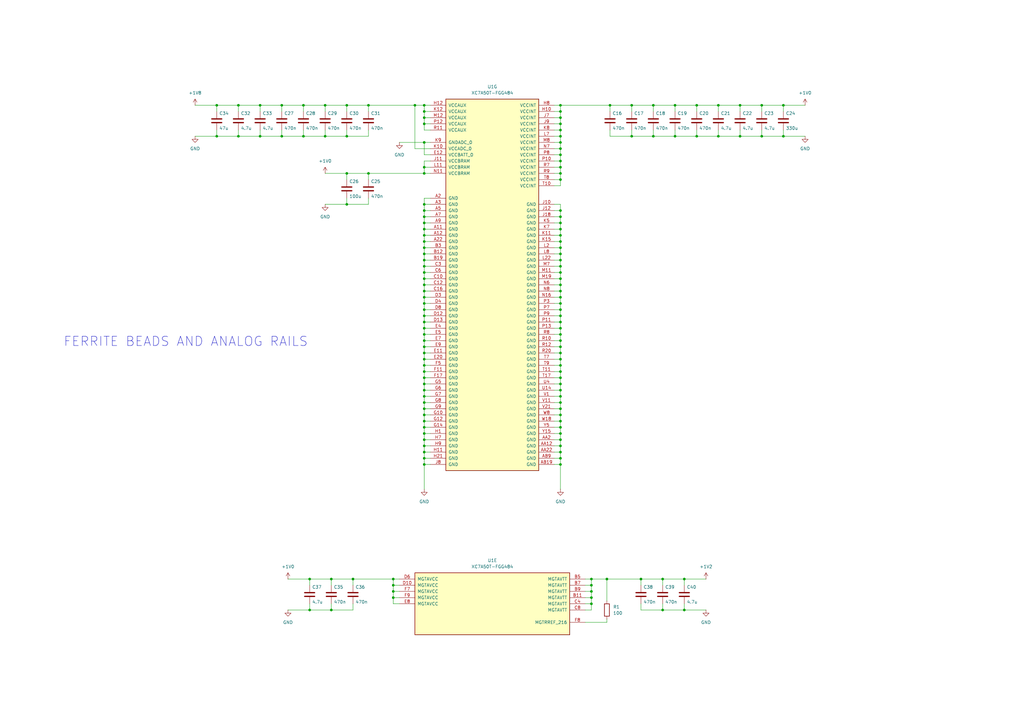
<source format=kicad_sch>
(kicad_sch (version 20250114) (generator "eeschema") (generator_version "9.0")
  (paper "A3")
  (text "FERRITE BEADS AND ANALOG RAILS" (at 76.2 140.208 0) (effects (font (size 3.81 3.81))))
  (text "VCCINT & VCCBRAM & VMGTAVCC = 1V\nVCCAUX = 1V8\nVCCO = 3V3\nVMGTAVTT = 1V2\nDDR3 Voltage = 1V5" (at 15.24 -10.668 0) (effects (font (size 2.54 2.54)) (justify left)))
  (junction (at 229.87 167.64))
  (junction (at 229.87 172.72))
  (junction (at 312.42 43.18))
  (junction (at 173.99 106.68))
  (junction (at 229.87 109.22))
  (junction (at 115.57 55.88))
  (junction (at 229.87 111.76))
  (junction (at 229.87 175.26))
  (junction (at 229.87 152.4))
  (junction (at 229.87 190.5))
  (junction (at 229.87 149.86))
  (junction (at 173.99 111.76))
  (junction (at 173.99 86.36))
  (junction (at 242.57 237.49))
  (junction (at 173.99 45.72))
  (junction (at 124.46 43.18))
  (junction (at 88.9 55.88))
  (junction (at 321.31 43.18))
  (junction (at 229.87 132.08))
  (junction (at 229.87 160.02))
  (junction (at 173.99 170.18))
  (junction (at 229.87 144.78))
  (junction (at 229.87 43.18))
  (junction (at 229.87 71.12))
  (junction (at 229.87 157.48))
  (junction (at 173.99 101.6))
  (junction (at 173.99 132.08))
  (junction (at 127 237.49))
  (junction (at 229.87 170.18))
  (junction (at 250.19 43.18))
  (junction (at 173.99 187.96))
  (junction (at 229.87 60.96))
  (junction (at 173.99 175.26))
  (junction (at 127 250.19))
  (junction (at 173.99 50.8))
  (junction (at 229.87 63.5))
  (junction (at 173.99 121.92))
  (junction (at 97.79 55.88))
  (junction (at 173.99 71.12))
  (junction (at 124.46 55.88))
  (junction (at 229.87 93.98))
  (junction (at 173.99 165.1))
  (junction (at 229.87 104.14))
  (junction (at 303.53 43.18))
  (junction (at 242.57 245.11))
  (junction (at 259.08 43.18))
  (junction (at 133.35 43.18))
  (junction (at 229.87 177.8))
  (junction (at 161.29 237.49))
  (junction (at 173.99 83.82))
  (junction (at 262.89 237.49))
  (junction (at 173.99 147.32))
  (junction (at 303.53 55.88))
  (junction (at 142.24 83.82))
  (junction (at 229.87 88.9))
  (junction (at 294.64 55.88))
  (junction (at 229.87 53.34))
  (junction (at 173.99 119.38))
  (junction (at 285.75 55.88))
  (junction (at 229.87 124.46))
  (junction (at 229.87 180.34))
  (junction (at 173.99 93.98))
  (junction (at 276.86 43.18))
  (junction (at 229.87 119.38))
  (junction (at 173.99 104.14))
  (junction (at 142.24 71.12))
  (junction (at 267.97 43.18))
  (junction (at 173.99 114.3))
  (junction (at 229.87 139.7))
  (junction (at 173.99 116.84))
  (junction (at 173.99 99.06))
  (junction (at 229.87 106.68))
  (junction (at 321.31 55.88))
  (junction (at 173.99 177.8))
  (junction (at 173.99 124.46))
  (junction (at 115.57 43.18))
  (junction (at 173.99 109.22))
  (junction (at 97.79 43.18))
  (junction (at 229.87 165.1))
  (junction (at 229.87 55.88))
  (junction (at 312.42 55.88))
  (junction (at 173.99 167.64))
  (junction (at 170.18 43.18))
  (junction (at 229.87 66.04))
  (junction (at 242.57 240.03))
  (junction (at 259.08 55.88))
  (junction (at 173.99 160.02))
  (junction (at 173.99 190.5))
  (junction (at 285.75 43.18))
  (junction (at 229.87 45.72))
  (junction (at 242.57 242.57))
  (junction (at 133.35 55.88))
  (junction (at 173.99 157.48))
  (junction (at 173.99 96.52))
  (junction (at 173.99 142.24))
  (junction (at 280.67 237.49))
  (junction (at 229.87 182.88))
  (junction (at 242.57 247.65))
  (junction (at 229.87 134.62))
  (junction (at 142.24 43.18))
  (junction (at 229.87 121.92))
  (junction (at 229.87 154.94))
  (junction (at 173.99 129.54))
  (junction (at 229.87 147.32))
  (junction (at 173.99 182.88))
  (junction (at 173.99 43.18))
  (junction (at 173.99 134.62))
  (junction (at 229.87 91.44))
  (junction (at 173.99 91.44))
  (junction (at 173.99 162.56))
  (junction (at 229.87 127))
  (junction (at 229.87 96.52))
  (junction (at 161.29 240.03))
  (junction (at 135.89 237.49))
  (junction (at 229.87 129.54))
  (junction (at 161.29 245.11))
  (junction (at 173.99 48.26))
  (junction (at 248.92 237.49))
  (junction (at 173.99 88.9))
  (junction (at 229.87 48.26))
  (junction (at 106.68 43.18))
  (junction (at 229.87 114.3))
  (junction (at 229.87 142.24))
  (junction (at 173.99 68.58))
  (junction (at 229.87 187.96))
  (junction (at 88.9 43.18))
  (junction (at 229.87 101.6))
  (junction (at 294.64 43.18))
  (junction (at 173.99 149.86))
  (junction (at 229.87 162.56))
  (junction (at 229.87 50.8))
  (junction (at 229.87 73.66))
  (junction (at 229.87 86.36))
  (junction (at 229.87 68.58))
  (junction (at 161.29 242.57))
  (junction (at 229.87 185.42))
  (junction (at 173.99 152.4))
  (junction (at 173.99 137.16))
  (junction (at 229.87 137.16))
  (junction (at 173.99 58.42))
  (junction (at 151.13 71.12))
  (junction (at 267.97 55.88))
  (junction (at 173.99 172.72))
  (junction (at 135.89 250.19))
  (junction (at 271.78 250.19))
  (junction (at 280.67 250.19))
  (junction (at 229.87 58.42))
  (junction (at 271.78 237.49))
  (junction (at 173.99 185.42))
  (junction (at 276.86 55.88))
  (junction (at 173.99 127))
  (junction (at 173.99 180.34))
  (junction (at 144.78 237.49))
  (junction (at 173.99 139.7))
  (junction (at 173.99 154.94))
  (junction (at 173.99 144.78))
  (junction (at 229.87 99.06))
  (junction (at 229.87 116.84))
  (junction (at 151.13 43.18))
  (junction (at 106.68 55.88))
  (junction (at 142.24 55.88))
  (wire (pts (xy 173.99 68.58) (xy 173.99 71.12)))
  (wire (pts (xy 248.92 237.49) (xy 242.57 237.49)))
  (wire (pts (xy 173.99 104.14) (xy 176.53 104.14)))
  (wire (pts (xy 229.87 93.98) (xy 229.87 96.52)))
  (wire (pts (xy 173.99 137.16) (xy 176.53 137.16)))
  (wire (pts (xy 229.87 157.48) (xy 229.87 160.02)))
  (wire (pts (xy 173.99 190.5) (xy 173.99 200.66)))
  (wire (pts (xy 227.33 187.96) (xy 229.87 187.96)))
  (wire (pts (xy 173.99 104.14) (xy 173.99 106.68)))
  (wire (pts (xy 173.99 101.6) (xy 173.99 104.14)))
  (wire (pts (xy 173.99 50.8) (xy 176.53 50.8)))
  (wire (pts (xy 303.53 43.18) (xy 294.64 43.18)))
  (wire (pts (xy 173.99 177.8) (xy 173.99 180.34)))
  (wire (pts (xy 242.57 242.57) (xy 240.03 242.57)))
  (wire (pts (xy 250.19 53.34) (xy 250.19 55.88)))
  (wire (pts (xy 259.08 55.88) (xy 250.19 55.88)))
  (wire (pts (xy 173.99 93.98) (xy 176.53 93.98)))
  (wire (pts (xy 229.87 142.24) (xy 229.87 144.78)))
  (wire (pts (xy 142.24 83.82) (xy 151.13 83.82)))
  (wire (pts (xy 173.99 132.08) (xy 173.99 134.62)))
  (wire (pts (xy 248.92 237.49) (xy 248.92 246.38)))
  (wire (pts (xy 248.92 255.27) (xy 248.92 254)))
  (wire (pts (xy 88.9 43.18) (xy 88.9 45.72)))
  (wire (pts (xy 124.46 45.72) (xy 124.46 43.18)))
  (wire (pts (xy 227.33 121.92) (xy 229.87 121.92)))
  (wire (pts (xy 321.31 53.34) (xy 321.31 55.88)))
  (wire (pts (xy 173.99 68.58) (xy 176.53 68.58)))
  (wire (pts (xy 127 237.49) (xy 127 240.03)))
  (wire (pts (xy 227.33 162.56) (xy 229.87 162.56)))
  (wire (pts (xy 173.99 88.9) (xy 176.53 88.9)))
  (wire (pts (xy 80.01 43.18) (xy 88.9 43.18)))
  (wire (pts (xy 173.99 154.94) (xy 173.99 157.48)))
  (wire (pts (xy 229.87 167.64) (xy 229.87 170.18)))
  (wire (pts (xy 229.87 152.4) (xy 229.87 154.94)))
  (wire (pts (xy 229.87 111.76) (xy 229.87 114.3)))
  (wire (pts (xy 173.99 45.72) (xy 173.99 48.26)))
  (wire (pts (xy 229.87 185.42) (xy 229.87 187.96)))
  (wire (pts (xy 229.87 190.5) (xy 229.87 200.66)))
  (wire (pts (xy 229.87 99.06) (xy 229.87 101.6)))
  (wire (pts (xy 285.75 55.88) (xy 276.86 55.88)))
  (wire (pts (xy 229.87 53.34) (xy 229.87 55.88)))
  (wire (pts (xy 227.33 88.9) (xy 229.87 88.9)))
  (wire (pts (xy 173.99 93.98) (xy 173.99 96.52)))
  (wire (pts (xy 330.2 55.88) (xy 321.31 55.88)))
  (wire (pts (xy 227.33 71.12) (xy 229.87 71.12)))
  (wire (pts (xy 227.33 58.42) (xy 229.87 58.42)))
  (wire (pts (xy 173.99 154.94) (xy 176.53 154.94)))
  (wire (pts (xy 227.33 91.44) (xy 229.87 91.44)))
  (wire (pts (xy 173.99 139.7) (xy 173.99 142.24)))
  (wire (pts (xy 97.79 55.88) (xy 106.68 55.88)))
  (wire (pts (xy 242.57 240.03) (xy 242.57 242.57)))
  (wire (pts (xy 248.92 237.49) (xy 262.89 237.49)))
  (wire (pts (xy 173.99 152.4) (xy 173.99 154.94)))
  (wire (pts (xy 227.33 182.88) (xy 229.87 182.88)))
  (wire (pts (xy 250.19 43.18) (xy 229.87 43.18)))
  (wire (pts (xy 229.87 114.3) (xy 229.87 116.84)))
  (wire (pts (xy 173.99 142.24) (xy 173.99 144.78)))
  (wire (pts (xy 294.64 55.88) (xy 285.75 55.88)))
  (wire (pts (xy 321.31 55.88) (xy 312.42 55.88)))
  (wire (pts (xy 229.87 127) (xy 229.87 129.54)))
  (wire (pts (xy 242.57 237.49) (xy 242.57 240.03)))
  (wire (pts (xy 161.29 242.57) (xy 161.29 245.11)))
  (wire (pts (xy 173.99 157.48) (xy 173.99 160.02)))
  (wire (pts (xy 173.99 119.38) (xy 173.99 121.92)))
  (wire (pts (xy 97.79 43.18) (xy 106.68 43.18)))
  (wire (pts (xy 151.13 43.18) (xy 170.18 43.18)))
  (wire (pts (xy 142.24 43.18) (xy 151.13 43.18)))
  (wire (pts (xy 227.33 104.14) (xy 229.87 104.14)))
  (wire (pts (xy 115.57 55.88) (xy 124.46 55.88)))
  (wire (pts (xy 271.78 237.49) (xy 280.67 237.49)))
  (wire (pts (xy 229.87 66.04) (xy 229.87 68.58)))
  (wire (pts (xy 173.99 106.68) (xy 176.53 106.68)))
  (wire (pts (xy 127 237.49) (xy 135.89 237.49)))
  (wire (pts (xy 229.87 63.5) (xy 229.87 66.04)))
  (wire (pts (xy 227.33 55.88) (xy 229.87 55.88)))
  (wire (pts (xy 227.33 180.34) (xy 229.87 180.34)))
  (wire (pts (xy 173.99 160.02) (xy 173.99 162.56)))
  (wire (pts (xy 294.64 43.18) (xy 294.64 45.72)))
  (wire (pts (xy 227.33 119.38) (xy 229.87 119.38)))
  (wire (pts (xy 312.42 43.18) (xy 303.53 43.18)))
  (wire (pts (xy 227.33 101.6) (xy 229.87 101.6)))
  (wire (pts (xy 227.33 190.5) (xy 229.87 190.5)))
  (wire (pts (xy 229.87 60.96) (xy 229.87 63.5)))
  (wire (pts (xy 173.99 187.96) (xy 173.99 190.5)))
  (wire (pts (xy 124.46 55.88) (xy 124.46 53.34)))
  (wire (pts (xy 227.33 137.16) (xy 229.87 137.16)))
  (wire (pts (xy 124.46 43.18) (xy 133.35 43.18)))
  (wire (pts (xy 97.79 55.88) (xy 97.79 53.34)))
  (wire (pts (xy 229.87 45.72) (xy 229.87 48.26)))
  (wire (pts (xy 227.33 132.08) (xy 229.87 132.08)))
  (wire (pts (xy 173.99 114.3) (xy 173.99 116.84)))
  (wire (pts (xy 173.99 83.82) (xy 173.99 86.36)))
  (wire (pts (xy 227.33 60.96) (xy 229.87 60.96)))
  (wire (pts (xy 227.33 53.34) (xy 229.87 53.34)))
  (wire (pts (xy 142.24 55.88) (xy 151.13 55.88)))
  (wire (pts (xy 173.99 68.58) (xy 173.99 66.04)))
  (wire (pts (xy 227.33 66.04) (xy 229.87 66.04)))
  (wire (pts (xy 161.29 245.11) (xy 161.29 247.65)))
  (wire (pts (xy 127 250.19) (xy 135.89 250.19)))
  (wire (pts (xy 173.99 91.44) (xy 173.99 93.98)))
  (wire (pts (xy 173.99 180.34) (xy 173.99 182.88)))
  (wire (pts (xy 173.99 106.68) (xy 173.99 109.22)))
  (wire (pts (xy 229.87 101.6) (xy 229.87 104.14)))
  (wire (pts (xy 124.46 55.88) (xy 133.35 55.88)))
  (wire (pts (xy 115.57 55.88) (xy 115.57 53.34)))
  (wire (pts (xy 173.99 96.52) (xy 176.53 96.52)))
  (wire (pts (xy 276.86 43.18) (xy 276.86 45.72)))
  (wire (pts (xy 173.99 149.86) (xy 176.53 149.86)))
  (wire (pts (xy 173.99 121.92) (xy 176.53 121.92)))
  (wire (pts (xy 267.97 55.88) (xy 259.08 55.88)))
  (wire (pts (xy 173.99 182.88) (xy 173.99 185.42)))
  (wire (pts (xy 173.99 147.32) (xy 176.53 147.32)))
  (wire (pts (xy 173.99 142.24) (xy 176.53 142.24)))
  (wire (pts (xy 227.33 106.68) (xy 229.87 106.68)))
  (wire (pts (xy 173.99 167.64) (xy 176.53 167.64)))
  (wire (pts (xy 229.87 187.96) (xy 229.87 190.5)))
  (wire (pts (xy 173.99 187.96) (xy 176.53 187.96)))
  (wire (pts (xy 173.99 175.26) (xy 173.99 177.8)))
  (wire (pts (xy 173.99 172.72) (xy 176.53 172.72)))
  (wire (pts (xy 173.99 121.92) (xy 173.99 124.46)))
  (wire (pts (xy 133.35 83.82) (xy 142.24 83.82)))
  (wire (pts (xy 262.89 240.03) (xy 262.89 237.49)))
  (wire (pts (xy 227.33 152.4) (xy 229.87 152.4)))
  (wire (pts (xy 173.99 180.34) (xy 176.53 180.34)))
  (wire (pts (xy 163.83 58.42) (xy 173.99 58.42)))
  (wire (pts (xy 161.29 247.65) (xy 163.83 247.65)))
  (wire (pts (xy 173.99 190.5) (xy 176.53 190.5)))
  (wire (pts (xy 176.53 60.96) (xy 170.18 60.96)))
  (wire (pts (xy 312.42 53.34) (xy 312.42 55.88)))
  (wire (pts (xy 229.87 175.26) (xy 229.87 177.8)))
  (wire (pts (xy 227.33 167.64) (xy 229.87 167.64)))
  (wire (pts (xy 173.99 129.54) (xy 176.53 129.54)))
  (wire (pts (xy 135.89 250.19) (xy 144.78 250.19)))
  (wire (pts (xy 173.99 111.76) (xy 173.99 114.3)))
  (wire (pts (xy 227.33 142.24) (xy 229.87 142.24)))
  (wire (pts (xy 173.99 86.36) (xy 173.99 88.9)))
  (wire (pts (xy 289.56 250.19) (xy 280.67 250.19)))
  (wire (pts (xy 173.99 81.28) (xy 173.99 83.82)))
  (wire (pts (xy 229.87 139.7) (xy 229.87 142.24)))
  (wire (pts (xy 229.87 86.36) (xy 229.87 88.9)))
  (wire (pts (xy 229.87 119.38) (xy 229.87 121.92)))
  (wire (pts (xy 259.08 53.34) (xy 259.08 55.88)))
  (wire (pts (xy 262.89 237.49) (xy 271.78 237.49)))
  (wire (pts (xy 242.57 247.65) (xy 242.57 250.19)))
  (wire (pts (xy 133.35 55.88) (xy 133.35 53.34)))
  (wire (pts (xy 229.87 116.84) (xy 229.87 119.38)))
  (wire (pts (xy 133.35 45.72) (xy 133.35 43.18)))
  (wire (pts (xy 229.87 137.16) (xy 229.87 139.7)))
  (wire (pts (xy 229.87 68.58) (xy 229.87 71.12)))
  (wire (pts (xy 170.18 43.18) (xy 170.18 60.96)))
  (wire (pts (xy 142.24 45.72) (xy 142.24 43.18)))
  (wire (pts (xy 227.33 83.82) (xy 229.87 83.82)))
  (wire (pts (xy 173.99 185.42) (xy 173.99 187.96)))
  (wire (pts (xy 229.87 50.8) (xy 229.87 53.34)))
  (wire (pts (xy 173.99 63.5) (xy 173.99 58.42)))
  (wire (pts (xy 106.68 55.88) (xy 115.57 55.88)))
  (wire (pts (xy 229.87 165.1) (xy 229.87 167.64)))
  (wire (pts (xy 144.78 240.03) (xy 144.78 237.49)))
  (wire (pts (xy 312.42 43.18) (xy 312.42 45.72)))
  (wire (pts (xy 227.33 45.72) (xy 229.87 45.72)))
  (wire (pts (xy 267.97 45.72) (xy 267.97 43.18)))
  (wire (pts (xy 127 250.19) (xy 127 247.65)))
  (wire (pts (xy 227.33 73.66) (xy 229.87 73.66)))
  (wire (pts (xy 161.29 240.03) (xy 163.83 240.03)))
  (wire (pts (xy 229.87 144.78) (xy 229.87 147.32)))
  (wire (pts (xy 173.99 109.22) (xy 176.53 109.22)))
  (wire (pts (xy 97.79 43.18) (xy 97.79 45.72)))
  (wire (pts (xy 259.08 43.18) (xy 250.19 43.18)))
  (wire (pts (xy 229.87 149.86) (xy 229.87 152.4)))
  (wire (pts (xy 229.87 180.34) (xy 229.87 182.88)))
  (wire (pts (xy 173.99 45.72) (xy 176.53 45.72)))
  (wire (pts (xy 229.87 147.32) (xy 229.87 149.86)))
  (wire (pts (xy 173.99 134.62) (xy 173.99 137.16)))
  (wire (pts (xy 173.99 99.06) (xy 176.53 99.06)))
  (wire (pts (xy 229.87 109.22) (xy 229.87 111.76)))
  (wire (pts (xy 173.99 83.82) (xy 176.53 83.82)))
  (wire (pts (xy 280.67 237.49) (xy 280.67 240.03)))
  (wire (pts (xy 173.99 96.52) (xy 173.99 99.06)))
  (wire (pts (xy 227.33 157.48) (xy 229.87 157.48)))
  (wire (pts (xy 173.99 137.16) (xy 173.99 139.7)))
  (wire (pts (xy 133.35 55.88) (xy 142.24 55.88)))
  (wire (pts (xy 227.33 50.8) (xy 229.87 50.8)))
  (wire (pts (xy 106.68 43.18) (xy 106.68 45.72)))
  (wire (pts (xy 259.08 43.18) (xy 259.08 45.72)))
  (wire (pts (xy 227.33 185.42) (xy 229.87 185.42)))
  (wire (pts (xy 173.99 114.3) (xy 176.53 114.3)))
  (wire (pts (xy 173.99 127) (xy 176.53 127)))
  (wire (pts (xy 321.31 43.18) (xy 321.31 45.72)))
  (wire (pts (xy 173.99 170.18) (xy 176.53 170.18)))
  (wire (pts (xy 144.78 237.49) (xy 161.29 237.49)))
  (wire (pts (xy 151.13 81.28) (xy 151.13 83.82)))
  (wire (pts (xy 229.87 162.56) (xy 229.87 165.1)))
  (wire (pts (xy 151.13 73.66) (xy 151.13 71.12)))
  (wire (pts (xy 173.99 58.42) (xy 176.53 58.42)))
  (wire (pts (xy 242.57 242.57) (xy 242.57 245.11)))
  (wire (pts (xy 142.24 71.12) (xy 142.24 73.66)))
  (wire (pts (xy 106.68 43.18) (xy 115.57 43.18)))
  (wire (pts (xy 280.67 250.19) (xy 271.78 250.19)))
  (wire (pts (xy 227.33 76.2) (xy 229.87 76.2)))
  (wire (pts (xy 118.11 250.19) (xy 127 250.19)))
  (wire (pts (xy 276.86 43.18) (xy 267.97 43.18)))
  (wire (pts (xy 161.29 237.49) (xy 163.83 237.49)))
  (wire (pts (xy 289.56 237.49) (xy 280.67 237.49)))
  (wire (pts (xy 227.33 127) (xy 229.87 127)))
  (wire (pts (xy 227.33 160.02) (xy 229.87 160.02)))
  (wire (pts (xy 151.13 71.12) (xy 173.99 71.12)))
  (wire (pts (xy 250.19 45.72) (xy 250.19 43.18)))
  (wire (pts (xy 303.53 55.88) (xy 294.64 55.88)))
  (wire (pts (xy 173.99 144.78) (xy 176.53 144.78)))
  (wire (pts (xy 135.89 240.03) (xy 135.89 237.49)))
  (wire (pts (xy 173.99 165.1) (xy 176.53 165.1)))
  (wire (pts (xy 133.35 43.18) (xy 142.24 43.18)))
  (wire (pts (xy 229.87 182.88) (xy 229.87 185.42)))
  (wire (pts (xy 227.33 154.94) (xy 229.87 154.94)))
  (wire (pts (xy 173.99 149.86) (xy 173.99 152.4)))
  (wire (pts (xy 227.33 111.76) (xy 229.87 111.76)))
  (wire (pts (xy 173.99 175.26) (xy 176.53 175.26)))
  (wire (pts (xy 242.57 237.49) (xy 240.03 237.49)))
  (wire (pts (xy 229.87 129.54) (xy 229.87 132.08)))
  (wire (pts (xy 135.89 237.49) (xy 144.78 237.49)))
  (wire (pts (xy 173.99 177.8) (xy 176.53 177.8)))
  (wire (pts (xy 115.57 45.72) (xy 115.57 43.18)))
  (wire (pts (xy 88.9 55.88) (xy 88.9 53.34)))
  (wire (pts (xy 173.99 43.18) (xy 173.99 45.72)))
  (wire (pts (xy 173.99 88.9) (xy 173.99 91.44)))
  (wire (pts (xy 173.99 162.56) (xy 173.99 165.1)))
  (wire (pts (xy 173.99 162.56) (xy 176.53 162.56)))
  (wire (pts (xy 227.33 149.86) (xy 229.87 149.86)))
  (wire (pts (xy 142.24 81.28) (xy 142.24 83.82)))
  (wire (pts (xy 161.29 237.49) (xy 161.29 240.03)))
  (wire (pts (xy 173.99 147.32) (xy 173.99 149.86)))
  (wire (pts (xy 227.33 93.98) (xy 229.87 93.98)))
  (wire (pts (xy 173.99 170.18) (xy 173.99 172.72)))
  (wire (pts (xy 229.87 48.26) (xy 229.87 50.8)))
  (wire (pts (xy 173.99 81.28) (xy 176.53 81.28)))
  (wire (pts (xy 229.87 104.14) (xy 229.87 106.68)))
  (wire (pts (xy 173.99 50.8) (xy 173.99 53.34)))
  (wire (pts (xy 227.33 48.26) (xy 229.87 48.26)))
  (wire (pts (xy 173.99 134.62) (xy 176.53 134.62)))
  (wire (pts (xy 229.87 132.08) (xy 229.87 134.62)))
  (wire (pts (xy 227.33 124.46) (xy 229.87 124.46)))
  (wire (pts (xy 173.99 167.64) (xy 173.99 170.18)))
  (wire (pts (xy 173.99 109.22) (xy 173.99 111.76)))
  (wire (pts (xy 106.68 55.88) (xy 106.68 53.34)))
  (wire (pts (xy 229.87 58.42) (xy 229.87 60.96)))
  (wire (pts (xy 271.78 250.19) (xy 271.78 247.65)))
  (wire (pts (xy 229.87 88.9) (xy 229.87 91.44)))
  (wire (pts (xy 229.87 121.92) (xy 229.87 124.46)))
  (wire (pts (xy 227.33 86.36) (xy 229.87 86.36)))
  (wire (pts (xy 229.87 73.66) (xy 229.87 76.2)))
  (wire (pts (xy 115.57 43.18) (xy 124.46 43.18)))
  (wire (pts (xy 173.99 127) (xy 173.99 129.54)))
  (wire (pts (xy 276.86 53.34) (xy 276.86 55.88)))
  (wire (pts (xy 227.33 109.22) (xy 229.87 109.22)))
  (wire (pts (xy 173.99 43.18) (xy 176.53 43.18)))
  (wire (pts (xy 242.57 245.11) (xy 242.57 247.65)))
  (wire (pts (xy 173.99 86.36) (xy 176.53 86.36)))
  (wire (pts (xy 173.99 101.6) (xy 176.53 101.6)))
  (wire (pts (xy 229.87 172.72) (xy 229.87 175.26)))
  (wire (pts (xy 142.24 55.88) (xy 142.24 53.34)))
  (wire (pts (xy 151.13 55.88) (xy 151.13 53.34)))
  (wire (pts (xy 227.33 68.58) (xy 229.87 68.58)))
  (wire (pts (xy 276.86 55.88) (xy 267.97 55.88)))
  (wire (pts (xy 227.33 139.7) (xy 229.87 139.7)))
  (wire (pts (xy 229.87 55.88) (xy 229.87 58.42)))
  (wire (pts (xy 173.99 91.44) (xy 176.53 91.44)))
  (wire (pts (xy 242.57 240.03) (xy 240.03 240.03)))
  (wire (pts (xy 227.33 147.32) (xy 229.87 147.32)))
  (wire (pts (xy 161.29 240.03) (xy 161.29 242.57)))
  (wire (pts (xy 242.57 247.65) (xy 240.03 247.65)))
  (wire (pts (xy 227.33 116.84) (xy 229.87 116.84)))
  (wire (pts (xy 285.75 45.72) (xy 285.75 43.18)))
  (wire (pts (xy 229.87 134.62) (xy 229.87 137.16)))
  (wire (pts (xy 227.33 144.78) (xy 229.87 144.78)))
  (wire (pts (xy 173.99 116.84) (xy 176.53 116.84)))
  (wire (pts (xy 303.53 53.34) (xy 303.53 55.88)))
  (wire (pts (xy 240.03 255.27) (xy 248.92 255.27)))
  (wire (pts (xy 173.99 165.1) (xy 173.99 167.64)))
  (wire (pts (xy 173.99 152.4) (xy 176.53 152.4)))
  (wire (pts (xy 271.78 240.03) (xy 271.78 237.49)))
  (wire (pts (xy 321.31 43.18) (xy 312.42 43.18)))
  (wire (pts (xy 173.99 111.76) (xy 176.53 111.76)))
  (wire (pts (xy 229.87 124.46) (xy 229.87 127)))
  (wire (pts (xy 173.99 48.26) (xy 176.53 48.26)))
  (wire (pts (xy 312.42 55.88) (xy 303.53 55.88)))
  (wire (pts (xy 227.33 129.54) (xy 229.87 129.54)))
  (wire (pts (xy 242.57 245.11) (xy 240.03 245.11)))
  (wire (pts (xy 227.33 177.8) (xy 229.87 177.8)))
  (wire (pts (xy 133.35 71.12) (xy 142.24 71.12)))
  (wire (pts (xy 285.75 53.34) (xy 285.75 55.88)))
  (wire (pts (xy 173.99 116.84) (xy 173.99 119.38)))
  (wire (pts (xy 173.99 48.26) (xy 173.99 50.8)))
  (wire (pts (xy 262.89 250.19) (xy 262.89 247.65)))
  (wire (pts (xy 173.99 124.46) (xy 176.53 124.46)))
  (wire (pts (xy 229.87 71.12) (xy 229.87 73.66)))
  (wire (pts (xy 229.87 43.18) (xy 229.87 45.72)))
  (wire (pts (xy 303.53 45.72) (xy 303.53 43.18)))
  (wire (pts (xy 173.99 144.78) (xy 173.99 147.32)))
  (wire (pts (xy 151.13 45.72) (xy 151.13 43.18)))
  (wire (pts (xy 229.87 91.44) (xy 229.87 93.98)))
  (wire (pts (xy 173.99 119.38) (xy 176.53 119.38)))
  (wire (pts (xy 173.99 139.7) (xy 176.53 139.7)))
  (wire (pts (xy 170.18 43.18) (xy 173.99 43.18)))
  (wire (pts (xy 229.87 170.18) (xy 229.87 172.72)))
  (wire (pts (xy 227.33 170.18) (xy 229.87 170.18)))
  (wire (pts (xy 227.33 99.06) (xy 229.87 99.06)))
  (wire (pts (xy 173.99 172.72) (xy 173.99 175.26)))
  (wire (pts (xy 173.99 66.04) (xy 176.53 66.04)))
  (wire (pts (xy 229.87 106.68) (xy 229.87 109.22)))
  (wire (pts (xy 80.01 55.88) (xy 88.9 55.88)))
  (wire (pts (xy 173.99 71.12) (xy 176.53 71.12)))
  (wire (pts (xy 227.33 172.72) (xy 229.87 172.72)))
  (wire (pts (xy 173.99 132.08) (xy 176.53 132.08)))
  (wire (pts (xy 173.99 185.42) (xy 176.53 185.42)))
  (wire (pts (xy 173.99 182.88) (xy 176.53 182.88)))
  (wire (pts (xy 229.87 177.8) (xy 229.87 180.34)))
  (wire (pts (xy 229.87 83.82) (xy 229.87 86.36)))
  (wire (pts (xy 229.87 96.52) (xy 229.87 99.06)))
  (wire (pts (xy 294.64 43.18) (xy 285.75 43.18)))
  (wire (pts (xy 285.75 43.18) (xy 276.86 43.18)))
  (wire (pts (xy 271.78 250.19) (xy 262.89 250.19)))
  (wire (pts (xy 227.33 63.5) (xy 229.87 63.5)))
  (wire (pts (xy 173.99 124.46) (xy 173.99 127)))
  (wire (pts (xy 227.33 134.62) (xy 229.87 134.62)))
  (wire (pts (xy 227.33 175.26) (xy 229.87 175.26)))
  (wire (pts (xy 229.87 160.02) (xy 229.87 162.56)))
  (wire (pts (xy 227.33 43.18) (xy 229.87 43.18)))
  (wire (pts (xy 173.99 53.34) (xy 176.53 53.34)))
  (wire (pts (xy 161.29 242.57) (xy 163.83 242.57)))
  (wire (pts (xy 267.97 53.34) (xy 267.97 55.88)))
  (wire (pts (xy 227.33 96.52) (xy 229.87 96.52)))
  (wire (pts (xy 142.24 71.12) (xy 151.13 71.12)))
  (wire (pts (xy 242.57 250.19) (xy 240.03 250.19)))
  (wire (pts (xy 280.67 250.19) (xy 280.67 247.65)))
  (wire (pts (xy 161.29 245.11) (xy 163.83 245.11)))
  (wire (pts (xy 173.99 99.06) (xy 173.99 101.6)))
  (wire (pts (xy 88.9 43.18) (xy 97.79 43.18)))
  (wire (pts (xy 173.99 129.54) (xy 173.99 132.08)))
  (wire (pts (xy 227.33 165.1) (xy 229.87 165.1)))
  (wire (pts (xy 227.33 114.3) (xy 229.87 114.3)))
  (wire (pts (xy 229.87 154.94) (xy 229.87 157.48)))
  (wire (pts (xy 330.2 43.18) (xy 321.31 43.18)))
  (wire (pts (xy 135.89 250.19) (xy 135.89 247.65)))
  (wire (pts (xy 176.53 63.5) (xy 173.99 63.5)))
  (wire (pts (xy 118.11 237.49) (xy 127 237.49)))
  (wire (pts (xy 88.9 55.88) (xy 97.79 55.88)))
  (wire (pts (xy 173.99 157.48) (xy 176.53 157.48)))
  (wire (pts (xy 294.64 53.34) (xy 294.64 55.88)))
  (wire (pts (xy 144.78 250.19) (xy 144.78 247.65)))
  (wire (pts (xy 267.97 43.18) (xy 259.08 43.18)))
  (wire (pts (xy 173.99 160.02) (xy 176.53 160.02)))
  (symbol (lib_id "power:GND") (at 289.56 250.19 0) (unit 1)
    (property "Reference" "#PWR017" (effects (hide yes)))
    (property "Value" "GND" (at 289.56 255.27 0))
    (property "Description" "Power symbol creates a global label with name \"GND\" , ground" (effects (hide yes)))
  )
  (symbol (lib_id "Device:C") (at 151.13 49.53 0) (unit 1)
    (property "Reference" "C31" (at 152.146 46.482 0) (effects (justify left)))
    (property "Value" "470n" (at 152.146 52.578 0) (effects (justify left)))
    (property "Description" "Unpolarized capacitor" (effects (hide yes)))
  )
  (symbol (lib_id "Device:C") (at 88.9 49.53 0) (unit 1)
    (property "Reference" "C34" (at 89.916 46.482 0) (effects (justify left)))
    (property "Value" "47u" (at 89.916 52.578 0) (effects (justify left)))
    (property "Description" "Unpolarized capacitor" (effects (hide yes)))
  )
  (symbol (lib_id "power:GND") (at 133.35 83.82 0) (unit 1)
    (property "Reference" "#PWR014" (effects (hide yes)))
    (property "Value" "GND" (at 133.35 88.9 0))
    (property "Description" "Power symbol creates a global label with name \"GND\" , ground" (effects (hide yes)))
  )
  (symbol (lib_id "power:+1V2") (at 289.56 237.49 0) (unit 1)
    (property "Reference" "#PWR09" (effects (hide yes)))
    (property "Value" "+1V2" (at 289.56 232.41 0))
    (property "Description" "Power symbol creates a global label with name \"+1V2\"" (effects (hide yes)))
  )
  (symbol (lib_id "power:+1V0") (at 133.35 71.12 0) (unit 1)
    (property "Reference" "#PWR012" (effects (hide yes)))
    (property "Value" "+1V0" (at 133.35 66.04 0))
    (property "Description" "Power symbol creates a global label with name \"+1V0\"" (effects (hide yes)))
  )
  (symbol (lib_id "Device:C") (at 142.24 49.53 0) (unit 1)
    (property "Reference" "C30" (at 143.256 46.482 0) (effects (justify left)))
    (property "Value" "470n" (at 143.256 52.578 0) (effects (justify left)))
    (property "Description" "Unpolarized capacitor" (effects (hide yes)))
  )
  (symbol (lib_id "Device:C") (at 303.53 49.53 0) (unit 1)
    (property "Reference" "C22" (at 304.546 46.482 0) (effects (justify left)))
    (property "Value" "4.7u" (at 304.546 52.578 0) (effects (justify left)))
    (property "Description" "Unpolarized capacitor" (effects (hide yes)))
  )
  (symbol (lib_id "power:GND") (at 330.2 55.88 0) (unit 1)
    (property "Reference" "#PWR011" (effects (hide yes)))
    (property "Value" "GND" (at 330.2 60.96 0))
    (property "Description" "Power symbol creates a global label with name \"GND\" , ground" (effects (hide yes)))
  )
  (symbol (lib_id "Device:C") (at 294.64 49.53 0) (unit 1)
    (property "Reference" "C21" (at 295.656 46.482 0) (effects (justify left)))
    (property "Value" "4.7u" (at 295.656 52.578 0) (effects (justify left)))
    (property "Description" "Unpolarized capacitor" (effects (hide yes)))
  )
  (symbol (lib_id "Device:C") (at 321.31 49.53 0) (unit 1)
    (property "Reference" "C24" (at 322.326 46.482 0) (effects (justify left)))
    (property "Value" "330u" (at 322.326 52.578 0) (effects (justify left)))
    (property "Description" "Unpolarized capacitor" (effects (hide yes)))
  )
  (symbol (lib_id "Device:C") (at 97.79 49.53 0) (unit 1)
    (property "Reference" "C32" (at 98.806 46.482 0) (effects (justify left)))
    (property "Value" "4.7u" (at 98.806 52.578 0) (effects (justify left)))
    (property "Description" "Unpolarized capacitor" (effects (hide yes)))
  )
  (symbol (lib_id "Device:C") (at 142.24 77.47 0) (unit 1)
    (property "Reference" "C26" (at 143.256 74.422 0) (effects (justify left)))
    (property "Value" "100u" (at 143.256 80.518 0) (effects (justify left)))
    (property "Description" "Unpolarized capacitor" (effects (hide yes)))
  )
  (symbol (lib_id "FPGA_Xilinx_Artix7:XC7A50T-FGG484") (at 201.93 116.84 0) (unit 7)
    (property "Reference" "U1" (at 201.93 35.56 0))
    (property "Value" "XC7A50T-FGG484" (at 201.93 38.1 0))
    (property "Footprint" "Package_BGA:Xilinx_FGG484" (effects (hide yes)))
    (property "Description" "Artix 7 T 50 XC7A50T-FGG484" (effects (hide yes)))
  )
  (symbol (lib_id "Device:C") (at 127 243.84 0) (unit 1)
    (property "Reference" "C37" (at 128.016 240.792 0) (effects (justify left)))
    (property "Value" "4.7u" (at 128.016 246.888 0) (effects (justify left)))
    (property "Description" "Unpolarized capacitor" (effects (hide yes)))
  )
  (symbol (lib_id "Device:R") (at 248.92 250.19 180) (unit 1)
    (property "Reference" "R1" (at 251.46 248.9199 0) (effects (justify right)))
    (property "Value" "100" (at 251.46 251.4599 0) (effects (justify right)))
    (property "Description" "Resistor" (effects (hide yes)))
  )
  (symbol (lib_id "power:GND") (at 163.83 58.42 0) (unit 1)
    (property "Reference" "#PWR013" (effects (hide yes)))
    (property "Value" "GND" (at 163.83 63.5 0))
    (property "Description" "Power symbol creates a global label with name \"GND\" , ground" (effects (hide yes)))
  )
  (symbol (lib_id "Device:C") (at 151.13 77.47 0) (unit 1)
    (property "Reference" "C25" (at 152.146 74.422 0) (effects (justify left)))
    (property "Value" "470n" (at 152.146 80.518 0) (effects (justify left)))
    (property "Description" "Unpolarized capacitor" (effects (hide yes)))
  )
  (symbol (lib_id "Device:C") (at 259.08 49.53 0) (unit 1)
    (property "Reference" "C17" (at 260.096 46.482 0) (effects (justify left)))
    (property "Value" "470n" (at 260.096 52.578 0) (effects (justify left)))
    (property "Description" "Unpolarized capacitor" (effects (hide yes)))
  )
  (symbol (lib_id "Device:C") (at 124.46 49.53 0) (unit 1)
    (property "Reference" "C28" (at 125.476 46.482 0) (effects (justify left)))
    (property "Value" "470n" (at 125.476 52.578 0) (effects (justify left)))
    (property "Description" "Unpolarized capacitor" (effects (hide yes)))
  )
  (symbol (lib_id "Device:C") (at 106.68 49.53 0) (unit 1)
    (property "Reference" "C33" (at 107.696 46.482 0) (effects (justify left)))
    (property "Value" "4.7u" (at 107.696 52.578 0) (effects (justify left)))
    (property "Description" "Unpolarized capacitor" (effects (hide yes)))
  )
  (symbol (lib_id "power:+1V0") (at 118.11 237.49 0) (unit 1)
    (property "Reference" "#PWR010" (effects (hide yes)))
    (property "Value" "+1V0" (at 118.11 232.41 0))
    (property "Description" "Power symbol creates a global label with name \"+1V0\"" (effects (hide yes)))
  )
  (symbol (lib_id "Device:C") (at 267.97 49.53 0) (unit 1)
    (property "Reference" "C18" (at 268.986 46.482 0) (effects (justify left)))
    (property "Value" "470n" (at 268.986 52.578 0) (effects (justify left)))
    (property "Description" "Unpolarized capacitor" (effects (hide yes)))
  )
  (symbol (lib_id "Device:C") (at 135.89 243.84 0) (unit 1)
    (property "Reference" "C35" (at 136.906 240.792 0) (effects (justify left)))
    (property "Value" "470n" (at 136.906 246.888 0) (effects (justify left)))
    (property "Description" "Unpolarized capacitor" (effects (hide yes)))
  )
  (symbol (lib_id "Device:C") (at 115.57 49.53 0) (unit 1)
    (property "Reference" "C27" (at 116.586 46.482 0) (effects (justify left)))
    (property "Value" "470n" (at 116.586 52.578 0) (effects (justify left)))
    (property "Description" "Unpolarized capacitor" (effects (hide yes)))
  )
  (symbol (lib_id "Device:C") (at 280.67 243.84 0) (unit 1)
    (property "Reference" "C40" (at 281.686 240.792 0) (effects (justify left)))
    (property "Value" "4.7u" (at 281.686 246.888 0) (effects (justify left)))
    (property "Description" "Unpolarized capacitor" (effects (hide yes)))
  )
  (symbol (lib_id "Device:C") (at 285.75 49.53 0) (unit 1)
    (property "Reference" "C20" (at 286.766 46.482 0) (effects (justify left)))
    (property "Value" "470n" (at 286.766 52.578 0) (effects (justify left)))
    (property "Description" "Unpolarized capacitor" (effects (hide yes)))
  )
  (symbol (lib_id "Device:C") (at 271.78 243.84 0) (unit 1)
    (property "Reference" "C39" (at 272.796 240.792 0) (effects (justify left)))
    (property "Value" "470n" (at 272.796 246.888 0) (effects (justify left)))
    (property "Description" "Unpolarized capacitor" (effects (hide yes)))
  )
  (symbol (lib_id "Device:C") (at 262.89 243.84 0) (unit 1)
    (property "Reference" "C38" (at 263.906 240.792 0) (effects (justify left)))
    (property "Value" "470n" (at 263.906 246.888 0) (effects (justify left)))
    (property "Description" "Unpolarized capacitor" (effects (hide yes)))
  )
  (symbol (lib_id "power:GND") (at 173.99 200.66 0) (unit 1)
    (property "Reference" "#PWR05" (effects (hide yes)))
    (property "Value" "GND" (at 173.99 205.74 0))
    (property "Description" "Power symbol creates a global label with name \"GND\" , ground" (effects (hide yes)))
  )
  (symbol (lib_id "Device:C") (at 312.42 49.53 0) (unit 1)
    (property "Reference" "C23" (at 313.436 46.482 0) (effects (justify left)))
    (property "Value" "4.7u" (at 313.436 52.578 0) (effects (justify left)))
    (property "Description" "Unpolarized capacitor" (effects (hide yes)))
  )
  (symbol (lib_id "power:GND") (at 229.87 200.66 0) (unit 1)
    (property "Reference" "#PWR06" (effects (hide yes)))
    (property "Value" "GND" (at 229.87 205.74 0))
    (property "Description" "Power symbol creates a global label with name \"GND\" , ground" (effects (hide yes)))
  )
  (symbol (lib_id "Device:C") (at 250.19 49.53 0) (unit 1)
    (property "Reference" "C16" (at 251.206 46.482 0) (effects (justify left)))
    (property "Value" "470n" (at 251.206 52.578 0) (effects (justify left)))
    (property "Description" "Unpolarized capacitor" (effects (hide yes)))
  )
  (symbol (lib_id "power:GND") (at 80.01 55.88 0) (unit 1)
    (property "Reference" "#PWR015" (effects (hide yes)))
    (property "Value" "GND" (at 80.01 60.96 0))
    (property "Description" "Power symbol creates a global label with name \"GND\" , ground" (effects (hide yes)))
  )
  (symbol (lib_id "FPGA_Xilinx_Artix7:XC7A50T-FGG484") (at 201.93 247.65 0) (unit 5)
    (property "Reference" "U1" (at 201.93 229.87 0))
    (property "Value" "XC7A50T-FGG484" (at 201.93 232.41 0))
    (property "Footprint" "Package_BGA:Xilinx_FGG484" (effects (hide yes)))
    (property "Description" "Artix 7 T 50 XC7A50T-FGG484" (effects (hide yes)))
  )
  (symbol (lib_id "Device:C") (at 144.78 243.84 0) (unit 1)
    (property "Reference" "C36" (at 145.796 240.792 0) (effects (justify left)))
    (property "Value" "470n" (at 145.796 246.888 0) (effects (justify left)))
    (property "Description" "Unpolarized capacitor" (effects (hide yes)))
  )
  (symbol (lib_id "Device:C") (at 133.35 49.53 0) (unit 1)
    (property "Reference" "C29" (at 134.366 46.482 0) (effects (justify left)))
    (property "Value" "470n" (at 134.366 52.578 0) (effects (justify left)))
    (property "Description" "Unpolarized capacitor" (effects (hide yes)))
  )
  (symbol (lib_id "Device:C") (at 276.86 49.53 0) (unit 1)
    (property "Reference" "C19" (at 277.876 46.482 0) (effects (justify left)))
    (property "Value" "470n" (at 277.876 52.578 0) (effects (justify left)))
    (property "Description" "Unpolarized capacitor" (effects (hide yes)))
  )
  (symbol (lib_id "power:+1V0") (at 330.2 43.18 0) (unit 1)
    (property "Reference" "#PWR07" (effects (hide yes)))
    (property "Value" "+1V0" (at 330.2 38.1 0))
    (property "Description" "Power symbol creates a global label with name \"+1V0\"" (effects (hide yes)))
  )
  (symbol (lib_id "power:+1V8") (at 80.01 43.18 0) (unit 1)
    (property "Reference" "#PWR08" (effects (hide yes)))
    (property "Value" "+1V8" (at 80.01 38.1 0))
    (property "Description" "Power symbol creates a global label with name \"+1V8\"" (effects (hide yes)))
  )
  (symbol (lib_id "power:GND") (at 118.11 250.19 0) (unit 1)
    (property "Reference" "#PWR016" (effects (hide yes)))
    (property "Value" "GND" (at 118.11 255.27 0))
    (property "Description" "Power symbol creates a global label with name \"GND\" , ground" (effects (hide yes)))
  )
)
</source>
